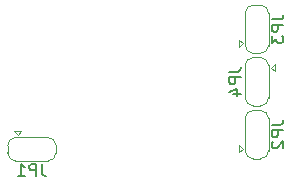
<source format=gbr>
G04 #@! TF.GenerationSoftware,KiCad,Pcbnew,(5.1.2-1)-1*
G04 #@! TF.CreationDate,2019-08-26T15:35:48+02:00*
G04 #@! TF.ProjectId,brett,62726574-742e-46b6-9963-61645f706362,A*
G04 #@! TF.SameCoordinates,Original*
G04 #@! TF.FileFunction,Legend,Bot*
G04 #@! TF.FilePolarity,Positive*
%FSLAX46Y46*%
G04 Gerber Fmt 4.6, Leading zero omitted, Abs format (unit mm)*
G04 Created by KiCad (PCBNEW (5.1.2-1)-1) date 2019-08-26 15:35:48*
%MOMM*%
%LPD*%
G04 APERTURE LIST*
%ADD10C,0.120000*%
%ADD11C,0.150000*%
G04 APERTURE END LIST*
D10*
X113047500Y-61132500D02*
G75*
G03X112347500Y-61832500I0J-700000D01*
G01*
X114347500Y-61832500D02*
G75*
G03X113647500Y-61132500I-700000J0D01*
G01*
X113647500Y-65232500D02*
G75*
G03X114347500Y-64532500I0J700000D01*
G01*
X112347500Y-64532500D02*
G75*
G03X113047500Y-65232500I700000J0D01*
G01*
X112347500Y-61782500D02*
X112347500Y-64582500D01*
X113047500Y-65232500D02*
X113647500Y-65232500D01*
X114347500Y-64582500D02*
X114347500Y-61782500D01*
X113647500Y-61132500D02*
X113047500Y-61132500D01*
X114547500Y-61982500D02*
X114847500Y-61682500D01*
X114847500Y-61682500D02*
X114847500Y-62282500D01*
X114547500Y-61982500D02*
X114847500Y-62282500D01*
X113647500Y-60787500D02*
G75*
G03X114347500Y-60087500I0J700000D01*
G01*
X112347500Y-60087500D02*
G75*
G03X113047500Y-60787500I700000J0D01*
G01*
X113047500Y-56687500D02*
G75*
G03X112347500Y-57387500I0J-700000D01*
G01*
X114347500Y-57387500D02*
G75*
G03X113647500Y-56687500I-700000J0D01*
G01*
X114347500Y-60137500D02*
X114347500Y-57337500D01*
X113647500Y-56687500D02*
X113047500Y-56687500D01*
X112347500Y-57337500D02*
X112347500Y-60137500D01*
X113047500Y-60787500D02*
X113647500Y-60787500D01*
X112147500Y-59937500D02*
X111847500Y-60237500D01*
X111847500Y-60237500D02*
X111847500Y-59637500D01*
X112147500Y-59937500D02*
X111847500Y-59637500D01*
X113647500Y-69707500D02*
G75*
G03X114347500Y-69007500I0J700000D01*
G01*
X112347500Y-69007500D02*
G75*
G03X113047500Y-69707500I700000J0D01*
G01*
X113047500Y-65607500D02*
G75*
G03X112347500Y-66307500I0J-700000D01*
G01*
X114347500Y-66307500D02*
G75*
G03X113647500Y-65607500I-700000J0D01*
G01*
X114347500Y-69057500D02*
X114347500Y-66257500D01*
X113647500Y-65607500D02*
X113047500Y-65607500D01*
X112347500Y-66257500D02*
X112347500Y-69057500D01*
X113047500Y-69707500D02*
X113647500Y-69707500D01*
X112147500Y-68857500D02*
X111847500Y-69157500D01*
X111847500Y-69157500D02*
X111847500Y-68557500D01*
X112147500Y-68857500D02*
X111847500Y-68557500D01*
X92247500Y-69197500D02*
G75*
G03X92947500Y-69897500I700000J0D01*
G01*
X92947500Y-67897500D02*
G75*
G03X92247500Y-68597500I0J-700000D01*
G01*
X96347500Y-68597500D02*
G75*
G03X95647500Y-67897500I-700000J0D01*
G01*
X95647500Y-69897500D02*
G75*
G03X96347500Y-69197500I0J700000D01*
G01*
X92897500Y-69897500D02*
X95697500Y-69897500D01*
X96347500Y-69197500D02*
X96347500Y-68597500D01*
X95697500Y-67897500D02*
X92897500Y-67897500D01*
X92247500Y-68597500D02*
X92247500Y-69197500D01*
X93097500Y-67697500D02*
X92797500Y-67397500D01*
X92797500Y-67397500D02*
X93397500Y-67397500D01*
X93097500Y-67697500D02*
X93397500Y-67397500D01*
D11*
X110999880Y-62349166D02*
X111714166Y-62349166D01*
X111857023Y-62301547D01*
X111952261Y-62206309D01*
X111999880Y-62063452D01*
X111999880Y-61968214D01*
X111999880Y-62825357D02*
X110999880Y-62825357D01*
X110999880Y-63206309D01*
X111047500Y-63301547D01*
X111095119Y-63349166D01*
X111190357Y-63396785D01*
X111333214Y-63396785D01*
X111428452Y-63349166D01*
X111476071Y-63301547D01*
X111523690Y-63206309D01*
X111523690Y-62825357D01*
X111333214Y-64253928D02*
X111999880Y-64253928D01*
X110952261Y-64015833D02*
X111666547Y-63777738D01*
X111666547Y-64396785D01*
X114599880Y-57904166D02*
X115314166Y-57904166D01*
X115457023Y-57856547D01*
X115552261Y-57761309D01*
X115599880Y-57618452D01*
X115599880Y-57523214D01*
X115599880Y-58380357D02*
X114599880Y-58380357D01*
X114599880Y-58761309D01*
X114647500Y-58856547D01*
X114695119Y-58904166D01*
X114790357Y-58951785D01*
X114933214Y-58951785D01*
X115028452Y-58904166D01*
X115076071Y-58856547D01*
X115123690Y-58761309D01*
X115123690Y-58380357D01*
X114599880Y-59285119D02*
X114599880Y-59904166D01*
X114980833Y-59570833D01*
X114980833Y-59713690D01*
X115028452Y-59808928D01*
X115076071Y-59856547D01*
X115171309Y-59904166D01*
X115409404Y-59904166D01*
X115504642Y-59856547D01*
X115552261Y-59808928D01*
X115599880Y-59713690D01*
X115599880Y-59427976D01*
X115552261Y-59332738D01*
X115504642Y-59285119D01*
X114599880Y-66824166D02*
X115314166Y-66824166D01*
X115457023Y-66776547D01*
X115552261Y-66681309D01*
X115599880Y-66538452D01*
X115599880Y-66443214D01*
X115599880Y-67300357D02*
X114599880Y-67300357D01*
X114599880Y-67681309D01*
X114647500Y-67776547D01*
X114695119Y-67824166D01*
X114790357Y-67871785D01*
X114933214Y-67871785D01*
X115028452Y-67824166D01*
X115076071Y-67776547D01*
X115123690Y-67681309D01*
X115123690Y-67300357D01*
X114695119Y-68252738D02*
X114647500Y-68300357D01*
X114599880Y-68395595D01*
X114599880Y-68633690D01*
X114647500Y-68728928D01*
X114695119Y-68776547D01*
X114790357Y-68824166D01*
X114885595Y-68824166D01*
X115028452Y-68776547D01*
X115599880Y-68205119D01*
X115599880Y-68824166D01*
X95130833Y-70149880D02*
X95130833Y-70864166D01*
X95178452Y-71007023D01*
X95273690Y-71102261D01*
X95416547Y-71149880D01*
X95511785Y-71149880D01*
X94654642Y-71149880D02*
X94654642Y-70149880D01*
X94273690Y-70149880D01*
X94178452Y-70197500D01*
X94130833Y-70245119D01*
X94083214Y-70340357D01*
X94083214Y-70483214D01*
X94130833Y-70578452D01*
X94178452Y-70626071D01*
X94273690Y-70673690D01*
X94654642Y-70673690D01*
X93130833Y-71149880D02*
X93702261Y-71149880D01*
X93416547Y-71149880D02*
X93416547Y-70149880D01*
X93511785Y-70292738D01*
X93607023Y-70387976D01*
X93702261Y-70435595D01*
M02*

</source>
